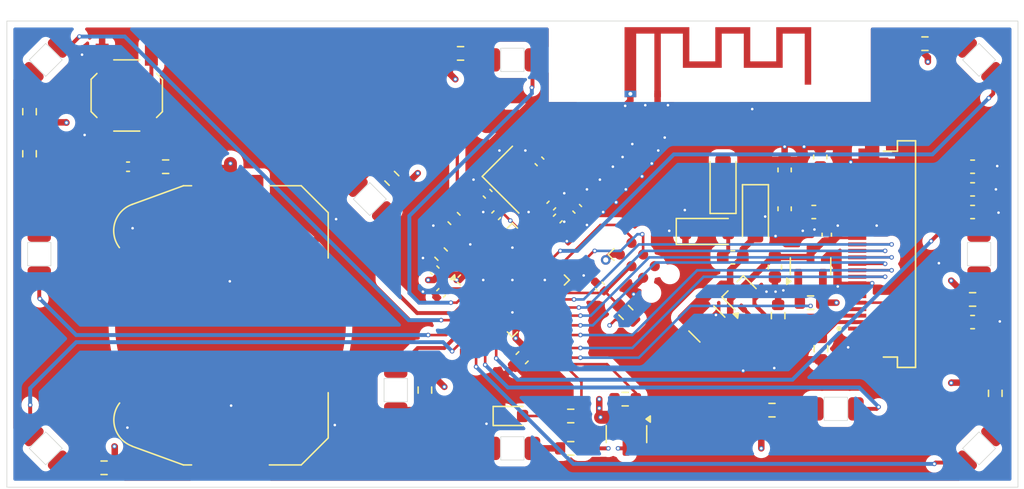
<source format=kicad_pcb>
(kicad_pcb (version 20240108) (generator "pcbnew") (generator_version "8.0")
  (layers (0 "F.Cu" signal) (1 "In1.Cu" power) (2 "In2.Cu" power) (31 "B.Cu" signal) (34 "B.Paste" user) (35 "F.Paste" user) (36 "B.SilkS" user "B.Silkscreen") (37 "F.SilkS" user "F.Silkscreen") (38 "B.Mask" user) (39 "F.Mask" user) (44 "Edge.Cuts" user))
  (net 0 "")
  (net 1 "/Antenne")
  (net 2 "GND")
  (net 3 "VCC")
  (net 4 "Net-(J2-Pin_15)")
  (net 5 "Net-(J2-Pin_5)")
  (net 6 "Net-(J2-Pin_18)")
  (net 7 "Net-(J2-Pin_19)")
  (net 8 "Net-(J2-Pin_20)")
  (net 9 "/PREVGH")
  (net 10 "Net-(J2-Pin_22)")
  (net 11 "/PREVGL")
  (net 12 "Net-(J2-Pin_24)")
  (net 13 "Net-(D1-K)")
  (net 14 "Net-(D3-A)")
  (net 15 "RESET")
  (net 16 "BUTTON")
  (net 17 "/DEC4")
  (net 18 "/DEC3")
  (net 19 "/DEC2")
  (net 20 "/DEC1")
  (net 21 "/XC1")
  (net 22 "/XC2")
  (net 23 "ANTENNA")
  (net 24 "Net-(D4-A)")
  (net 25 "LED_2")
  (net 26 "Net-(D5-A)")
  (net 29 "LED_4")
  (net 30 "Net-(D7-A)")
  (net 31 "LED_5")
  (net 32 "Net-(D8-A)")
  (net 33 "LED_6")
  (net 34 "Net-(D9-A)")
  (net 35 "Net-(D10-A)")
  (net 36 "LED_7")
  (net 37 "Net-(D6-A)")
  (net 38 "Net-(D12-A)")
  (net 39 "LED_9")
  (net 40 "LED_10")
  (net 41 "Net-(D13-A)")
  (net 42 "LED_11")
  (net 43 "Net-(D14-A)")
  (net 44 "LED_8")
  (net 45 "LED_17")
  (net 46 "Net-(D20-A)")
  (net 47 "Net-(D25-A)")
  (net 48 "LED_1")
  (net 49 "SWDIO")
  (net 50 "SWCLK")
  (net 51 "Net-(L3-Pad2)")
  (net 52 "Net-(U2-DCC)")
  (net 53 "/GDR")
  (net 54 "/RESE")
  (net 55 "ENABLE")
  (net 56 "VLED")
  (net 57 "LED-POWER")
  (net 58 "LED")
  (net 71 "SCK")
  (net 72 "BUSY")
  (net 73 "SDI")
  (net 74 "CS")
  (net 75 "DATA{slash}CLOCK")
  (net 78 "eP_RESET")
  (footprint "Resistor_SMD:R_0603_1608Metric" (layer "F.Cu") (at 159.025 105.05)
    (property "Reference" "R9" (hide yes))
    (property "Value" "R")
  )
  (footprint "Resistor_SMD:R_0603_1608Metric" (layer "F.Cu") (at 101.75 85.25 -90)
    (property "Reference" "R14" (hide yes))
    (property "Value" "R")
  )
  (footprint "Resistor_SMD:R_0603_1608Metric" (layer "F.Cu") (at 135 77.5)
    (property "Reference" "R24" (hide yes))
    (property "Value" "R")
  )
  (footprint "RF_Antenna:Texas_SWRA117D_2.4GHz_Right" (layer "F.Cu") (at 150.2 80.625)
    (property "Reference" "AE2" (hide yes))
    (property "Value" "PCB-Antenna")
  )
  (footprint "Capacitor_SMD:C_0402_1005Metric" (layer "F.Cu") (at 142.5 90.25 45)
    (property "Reference" "C22" (hide yes))
    (property "Value" "100pF")
  )
  (footprint "Resistor_SMD:R_0603_1608Metric" (layer "F.Cu") (at 162.8 100.3 90)
    (property "Reference" "R2" (hide yes))
    (property "Value" "10k")
  )
  (footprint "Resistor_SMD:R_0603_1608Metric" (layer "F.Cu") (at 147.75 97.5 135)
    (property "Reference" "R6" (hide yes))
    (property "Value" "100k")
  )
  (footprint "Capacitor_SMD:C_0402_1005Metric" (layer "F.Cu") (at 137.089411 88.339411 135)
    (property "Reference" "C25" (hide yes))
    (property "Value" "12pF")
  )
  (footprint "Crystal:Crystal_SMD_3225-4Pin_3.2x2.5mm" (layer "F.Cu") (at 139.25 87.25 -45)
    (property "Reference" "Y2" (hide yes))
    (property "Value" "Crystal_GND24")
  )
  (footprint "Capacitor_SMD:C_0603_1608Metric" (layer "F.Cu") (at 174.5 88)
    (property "Reference" "C5" (hide yes))
    (property "Value" "1uF")
  )
  (footprint "Capacitor_SMD:C_0402_1005Metric" (layer "F.Cu") (at 141.089411 85.839411 135)
    (property "Reference" "C24" (hide yes))
    (property "Value" "12pF")
  )
  (footprint "Capacitor_SMD:C_0402_1005Metric" (layer "F.Cu") (at 133.5 96 -135)
    (property "Reference" "C23" (hide yes))
    (property "Value" "100nF")
  )
  (footprint "Capacitor_SMD:C_0603_1608Metric" (layer "F.Cu") (at 139.75 101 -135)
    (property "Reference" "C19" (hide yes))
    (property "Value" "4.7uF")
  )
  (footprint "g-Misc:Safety-pin" (layer "F.Cu") (at 139 82.75)
    (property "Reference" "H1" (hide yes))
    (property "Value" "MountingHole_Pad_MP")
  )
  (footprint "Resistor_SMD:R_0603_1608Metric" (layer "F.Cu") (at 107.5 109.5 180)
    (property "Reference" "R12" (hide yes))
    (property "Value" "R")
  )
  (footprint "g-LED_SMD:LTST-C230" (layer "F.Cu") (at 128 88.75 -135)
    (property "Reference" "D9" (hide yes))
    (property "Value" "LED")
    (fp_poly (pts (xy -0.9 -0.9) (xy 0.9 -0.9) (xy 0.9 0.9) (xy -0.9 0.9)) (stroke (width 0.05)) (fill none) (layer "Edge.Cuts"))
  )
  (footprint "Inductor_SMD:L_0603_1608Metric" (layer "F.Cu") (at 133.5 93 -45)
    (property "Reference" "L4" (hide yes))
    (property "Value" "10uH")
  )
  (footprint "Capacitor_SMD:C_0603_1608Metric" (layer "F.Cu") (at 174.5 86.25)
    (property "Reference" "C8" (hide yes))
    (property "Value" "1uF")
  )
  (footprint "g-LED_SMD:LTST-C230" (layer "F.Cu") (at 175 93)
    (property "Reference" "D14" (hide yes))
    (property "Value" "LED")
    (fp_poly (pts (xy -0.9 -0.9) (xy 0.9 -0.9) (xy 0.9 0.9) (xy -0.9 0.9)) (stroke (width 0.05)) (fill none) (layer "Edge.Cuts"))
  )
  (footprint "g-LED_SMD:LTST-C230" (layer "F.Cu") (at 103 78 -45)
    (property "Reference" "D7" (hide yes))
    (property "Value" "LED")
    (fp_poly (pts (xy -0.9 -0.9) (xy 0.9 -0.9) (xy 0.9 0.9) (xy -0.9 0.9)) (stroke (width 0.05)) (fill none) (layer "Edge.Cuts"))
  )
  (footprint "Capacitor_SMD:C_0603_1608Metric" (layer "F.Cu") (at 162.25 89.75 180)
    (property "Reference" "C6" (hide yes))
    (property "Value" "1uF")
  )
  (footprint "g-LED_SMD:LTST-C230" (layer "F.Cu") (at 103 108 45)
    (property "Reference" "D8" (hide yes))
    (property "Value" "LED")
    (fp_poly (pts (xy -0.9 -0.9) (xy 0.9 -0.9) (xy 0.9 0.9) (xy -0.9 0.9)) (stroke (width 0.05)) (fill none) (layer "Edge.Cuts"))
  )
  (footprint "Diode_SMD:D_SOD-123" (layer "F.Cu") (at 155.25 87.5 90)
    (property "Reference" "D1" (hide yes))
    (property "Value" "MBR0530")
  )
  (footprint "Diode_SMD:D_SOD-123" (layer "F.Cu") (at 157.75 90 -90)
    (property "Reference" "D3" (hide yes))
    (property "Value" "MBR0530")
  )
  (footprint "Resistor_SMD:R_0603_1608Metric" (layer "F.Cu") (at 129.7 87.15 135)
    (property "Reference" "R13" (hide yes))
    (property "Value" "R")
  )
  (footprint "g-LED_SMD:LTST-C230" (layer "F.Cu") (at 130 103.5)
    (property "Reference" "D6" (hide yes))
    (property "Value" "LED")
    (fp_rect (start -0.9 -0.9) (end 0.9 0.9) (stroke (width 0.05)) (fill none) (layer "Edge.Cuts"))
  )
  (footprint "g-LED_SMD:LTST-C230" (layer "F.Cu") (at 102.5 93 180)
    (property "Reference" "D10" (hide yes))
    (property "Value" "LED")
    (fp_poly (pts (xy -0.9 -0.9) (xy 0.9 -0.9) (xy 0.9 0.9) (xy -0.9 0.9)) (stroke (width 0.05)) (fill none) (layer "Edge.Cuts"))
  )
  (footprint "Resistor_SMD:R_0603_1608Metric" (layer "F.Cu") (at 174.5 96.5)
    (property "Reference" "R18" (hide yes))
    (property "Value" "R")
  )
  (footprint "Resistor_SMD:R_0603_1608Metric" (layer "F.Cu") (at 162 96.75 180)
    (property "Reference" "R3" (hide yes))
    (property "Value" "100k")
  )
  (footprint "Inductor_SMD:L_0402_1005Metric" (layer "F.Cu") (at 134.5 92.25 135)
    (property "Reference" "L3" (hide yes))
    (property "Value" "15nH")
  )
  (footprint "Resistor_SMD:R_0603_1608Metric" (layer "F.Cu") (at 147.7 104.2)
    (property "Reference" "R4" (hide yes))
    (property "Value" "100k")
  )
  (footprint "Capacitor_SMD:C_0603_1608Metric" (layer "F.Cu") (at 174.5 98.25)
    (property "Reference" "C3" (hide yes))
    (property "Value" "1uF")
  )
  (footprint "Package_DFN_QFN:QFN-48-1EP_6x6mm_P0.4mm_EP4.6x4.6mm" (layer "F.Cu") (at 139 95 45)
    (property "Reference" "U2" (hide yes))
    (property "Value" "nRF52832-QFxx")
  )
  (footprint "Package_TO_SOT_SMD:SOT-23" (layer "F.Cu") (at 147.8 106.9 -90)
    (property "Reference" "Q3" (hide yes))
    (property "Value" "AO3401A")
  )
  (footprint "Resistor_SMD:R_0603_1608Metric" (layer "F.Cu") (at 112.25 86.25 180)
    (property "Reference" "R7" (hide yes))
    (property "Value" "100k")
  )
  (footprint "Capacitor_SMD:C_0402_1005Metric" (layer "F.Cu") (at 109.35 86.25 180)
    (property "Reference" "C16" (hide yes))
    (property "Value" "100nF")
  )
  (footprint "Capacitor_SMD:C_0603_1608Metric" (layer "F.Cu") (at 160 86.5 90)
    (property "Reference" "C9" (hide yes))
    (property "Value" "1uF")
  )
  (footprint "Diode_SMD:D_SOD-123" (layer "F.Cu") (at 154 91.25)
    (property "Reference" "D2" (hide yes))
    (property "Value" "MBR0530")
  )
  (footprint "Package_TO_SOT_SMD:SOT-23" (layer "F.Cu") (at 162 93.937501 90)
    (property "Reference" "Q2" (hide yes))
    (property "Value" "AO3401A")
  )
  (footprint "Resistor_SMD:R_0603_1608Metric" (layer "F.Cu") (at 132.25 103.5 -90)
    (property "Reference" "R10" (hide yes))
    (property "Value" "R")
  )
  (footprint "Resistor_SMD:R_0603_1608Metric" (layer "F.Cu") (at 143.5 108 180)
    (property "Reference" "R8" (hide yes))
    (property "Value" "R")
  )
  (footprint "Capacitor_SMD:C_0402_1005Metric" (layer "F.Cu") (at 133 94.25 135)
    (property "Reference" "C18" (hide yes))
    (property "Value" "100nF")
  )
  (footprint "g-LED_SMD:LTST-C230" (layer "F.Cu") (at 139 108 90)
    (property "Reference" "D25" (hide yes))
    (property "Value" "LED")
    (fp_poly (pts (xy -0.9 -0.9) (xy 0.9 -0.9) (xy 0.9 0.9) (xy -0.9 0.9)) (stroke (width 0.05)) (fill none) (layer "Edge.Cuts"))
  )
  (footprint "Connector:Tag-Connect_TC2030-IDC-NL_2x03_P1.27mm_Vertical" (layer "F.Cu") (at 148.635 93.48 -45)
    (property "Reference" "J3" (hide yes))
    (property "Value" "Prog Header")
  )
  (footprint "Capacitor_SMD:C_0603_1608Metric" (layer "F.Cu") (at 160 89.5 -90)
    (property "Reference" "C7" (hide yes))
    (property "Value" "1uF")
  )
  (footprint "Capacitor_SMD:C_0402_1005Metric" (layer "F.Cu") (at 137.75 90 -135)
    (property "Reference" "C17" (hide yes))
    (property "Value" "100nF")
  )
  (footprint "Inductor_SMD:L_1210_3225Metric" (layer "F.Cu") (at 154 98.4 -45)
    (property "Reference" "L1" (hide yes))
    (property "Value" "68uH")
  )
  (footprint "LED_SMD:LED_0603_1608Metric" (layer "F.Cu") (at 139 105.5)
    (property "Reference" "D5" (hide yes))
    (property "Value" "STATUS_LED")
  )
  (footprint "Resistor_SMD:R_0603_1608Metric" (layer "F.Cu") (at 159.5 97.75 -90)
    (property "Reference" "R1" (hide yes))
    (property "Value" "2.67R")
  )
  (footprint "Capacitor_SMD:C_0402_1005Metric" (layer "F.Cu") (at 163.25 91.5 90)
    (property "Reference" "C2" (hide yes))
    (property "Value" "100nF")
  )
  (footprint "Inductor_SMD:L_0402_1005Metric" (layer "F.Cu") (at 145.5 88.75 45)
    (property "Reference" "L5" (hide yes))
    (property "Value" "3.3nH")
  )
  (footprint "Resistor_SMD:R_0603_1608Metric" (layer "F.Cu") (at 170.825 76.75)
    (property "Reference" "R16" (hide yes))
    (property "Value" "R")
  )
  (footprint "Capacitor_SMD:C_0603_1608Metric" (layer "F.Cu") (at 162.75 85.5 90)
    (property "Reference" "C10" (hide yes))
    (property "Value" "1uF")
  )
  (footprint "Resistor_SMD:R_0603_1608Metric" (layer "F.Cu") (at 176.25 103.75 -90)
    (property "Reference" "R17" (hide yes))
    (property "Value" "R")
  )
  (footprint "Capacitor_SMD:C_0402_1005Metric" (layer "F.Cu") (at 142 89.25 45)
    (property "Reference" "C21" (hide yes))
    (property "Value" "100pF")
  )
  (footprint "Capacitor_SMD:C_0603_1608Metric" (layer "F.Cu") (at 174.5 89.75)
    (property "Reference" "C4" (hide yes))
    (property "Value" "1uF")
  )
  (footprint "Capacitor_SMD:C_0603_1608Metric" (layer "F.Cu") (at 159.25 94 -90)
    (property "Reference" "C1" (hide yes))
    (property "Value" "10uF")
  )
  (footprint "g-LED_SMD:LTST-C230" (layer "F.Cu") (at 175 108 135)
    (property "Reference" "D13" (hide yes))
    (property "Value" "LED")
    (fp_poly (pts (xy -0.9 -0.9) (xy 0.9 -0.9) (xy 0.9 0.9) (xy -0.9 0.9)) (stroke (width 0.05)) (fill none) (layer "Edge.Cuts"))
  )
  (footprint "Resistor_SMD:R_0603_1608Metric" (layer "F.Cu") (at 101.75 82 90)
    (property "Reference" "R11" (hide yes))
    (property "Value" "R")
  )
  (footprint "g-LED_SMD:LTST-C230" (layer "F.Cu") (at 175 78 -135)
    (property "Reference" "D12" (hide yes))
    (property "Value" "LED")
    (fp_poly (pts (xy -0.9 -0.9) (xy 0.9 -0.9) (xy 0.9 0.9) (xy -0.9 0.9)) (stroke (width 0.05)) (fill none) (layer "Edge.Cuts"))
  )
  (footprint "Button_Switch_SMD:SW_SPST_TL3342" (layer "F.Cu") (at 109.25 80.75 90)
    (property "Reference" "SW2" (hide yes))
    (property "Value" "SW_Push")
  )
  (footprint "Capacitor_SMD:C_0402_1005Metric" (layer "F.Cu") (at 144 89.5 135)
    (property "Reference" "C26" (hide yes))
    (property "Value" "1pF")
  )
  (footprint "g-Connector_FPC:AMPHENOL_SFV24R-4STBE1HLF" (layer "F.Cu") (at 168 93 90)
    (property "Reference" "J2" (hide yes))
    (property "Value" "FPC24 0.5mm")
  )
  (footprint "Battery:BatteryHolder_Keystone_3034_1x20mm" (layer "F.Cu") (at 117.25 98.5 -90)
    (property "Reference" "BT2" (hide yes))
    (property "Value" "3034")
  )
  (footprint "g-LED_SMD:LTST-C230" (layer "F.Cu") (at 139 78 -90)
    (property "Reference" "D20" (hide yes))
    (property "Value" "LED")
    (fp_poly (pts (xy -0.9 -0.9) (xy 0.9 -0.9) (xy 0.9 0.9) (xy -0.9 0.9)) (stroke (width 0.05)) (fill none) (layer "Edge.Cuts"))
  )
  (footprint "g-LED_SMD:LTST-C230" (layer "F.Cu") (at 163.949999 104.95 -90)
    (property "Reference" "D4" (hide yes))
    (property "Value" "LED")
    (fp_poly (pts (xy -0.9 -0.9) (xy 0.9 -0.9) (xy 0.9 0.9) (xy -0.9 0.9)) (stroke (width 0.05)) (fill none) (layer "Edge.Cuts"))
  )
  (footprint "Capacitor_SMD:C_0603_1608Metric" (layer "F.Cu") (at 134.5 90.25 135)
    (property "Reference" "C20" (hide yes))
    (property "Value" "1uF")
  )
  (footprint "Resistor_SMD:R_0603_1608Metric" (layer "F.Cu") (at 143.5 105.5 180)
    (property "Reference" "R5" (hide yes))
    (property "Value" "1K")
  )
  (footprint "Capacitor_SMD:C_0402_1005Metric" (layer "F.Cu") (at 145.75 95.5 135)
    (property "Reference" "C15" (hide yes))
    (property "Value" "100nF")
  )
  (footprint "Capacitor_SMD:C_0603_1608Metric" (layer "F.Cu") (at 156 93.25)
    (property "Reference" "C11" (hide yes))
    (property "Value" "4.7uF")
  )
  (footprint "Package_TO_SOT_SMD:SOT-323_SC-70" (layer "F.Cu") (at 156.5 96 135)
    (property "Reference" "Q1" (hide yes))
    (property "Value" "Si1308EDL")
  )
  (gr_rect (start 100 75) (end 178 111) (stroke (width 0.05)) (fill none) (layer "Edge.Cuts"))
  (segment (start 150.2 81.70159) (end 150.2 80.625) (width 0.5) (layer "F.Cu") (net 1))
  (segment (start 145.842947 88.407053) (end 148.539423 85.710577) (width 0.5) (layer "F.Cu") (net 1))
  (arc (start 148.539423 85.710577) (mid 149.76843 83.871238) (end 150.2 81.70159) (width 0.5) (layer "F.Cu") (net 1))
  (segment (start 139.426777 88.926777) (end 140.25 89.75) (width 0.2) (layer "F.Cu") (net 2))
  (segment (start 139.073223 85.871142) (end 139.128858 85.871142) (width 0.2) (layer "F.Cu") (net 2))
  (segment (start 139.426777 88.628858) (end 139.426777 88.926777) (width 0.2) (layer "F.Cu") (net 2))
  (segment (start 165.6 90.75) (end 163.52 90.75) (width 0.25) (layer "F.Cu") (net 2))
  (segment (start 132.660589 93.910589) (end 132.660589 93.860589) (width 0.25) (layer "F.Cu") (net 2))
  (segment (start 132.721178 95.9) (end 132.1 95.9) (width 0.25) (layer "F.Cu") (net 2))
  (segment (start 133.951992 89.748008) (end 132.9 90.8) (width 0.25) (layer "F.Cu") (net 2))
  (segment (start 159.5 96.925) (end 159.5 96.1) (width 0.2) (layer "F.Cu") (net 2))
  (segment (start 148.35 95.561051) (end 149.084013 94.827038) (width 0.5) (layer "F.Cu") (net 2))
  (segment (start 136.206928 93.621142) (end 135.75 93.164214) (width 0.2) (layer "F.Cu") (net 2))
  (segment (start 167.05 90.75) (end 167.1 90.8) (width 0.25) (layer "F.Cu") (net 2))
  (segment (start 164.35 95.25) (end 165.6 95.25) (width 0.25) (layer "F.Cu") (net 2))
  (segment (start 159.25 94.775) (end 159.25 95.85) (width 0.2) (layer "F.Cu") (net 2))
  (segment (start 148.1 81.15) (end 147.7 81.55) (width 0.5) (layer "F.Cu") (net 2))
  (segment (start 159.25 95.85) (end 159.3 95.9) (width 0.2) (layer "F.Cu") (net 2))
  (segment (start 148.35 96.1) (end 148.35 95.561051) (width 0.5) (layer "F.Cu") (net 2))
  (segment (start 140.944544 92.772614) (end 142.839411 90.877747) (width 0.2) (layer "F.Cu") (net 2))
  (segment (start 165.6 95.25) (end 166.75 95.25) (width 0.25) (layer "F.Cu") (net 2))
  (segment (start 148.1 80.625) (end 148.1 81.15) (width 0.5) (layer "F.Cu") (net 2))
  (segment (start 139 94.717158) (end 139 95) (width 0.2) (layer "F.Cu") (net 2))
  (segment (start 139.128858 85.871142) (end 140 85) (width 0.2) (layer "F.Cu") (net 2))
  (segment (start 140.944544 92.772614) (end 139 94.717158) (width 0.2) (layer "F.Cu") (net 2))
  (segment (start 139.25 88.452081) (end 139.25 86.047919) (width 0.2) (layer "F.Cu") (net 2))
  (segment (start 132.660589 93.860589) (end 132.1 93.3) (width 0.25) (layer "F.Cu") (net 2))
  (segment (start 144.9 94.65) (end 144.5 94.65) (width 0.3) (layer "F.Cu") (net 2))
  (segment (start 138.202081 85) (end 138 85) (width 0.2) (layer "F.Cu") (net 2))
  (segment (start 165.6 90.75) (end 167.05 90.75) (width 0.25) (layer "F.Cu") (net 2))
  (segment (start 139.426777 88.628858) (end 139.25 88.452081) (width 0.2) (layer "F.Cu") (net 2))
  (segment (start 136.75 88) (end 136 87.25) (width 0.2) (layer "F.Cu") (net 2))
  (segment (start 136.821178 89.75) (end 136.75 89.75) (width 0.2) (layer "F.Cu") (net 2))
  (segment (start 142.339411 88.910589) (end 142.389411 88.910589) (width 0.2) (layer "F.Cu") (net 2))
  (segment (start 161.475 91.125) (end 161.4 91.2) (width 0.2) (layer "F.Cu") (net 2))
  (segment (start 139.25 86.047919) (end 139.073223 85.871142) (width 0.2) (layer "F.Cu") (net 2))
  (segment (start 145.410589 95.160589) (end 144.9 94.65) (width 0.3) (layer "F.Cu") (net 2))
  (segment (start 149.25 81.5) (end 149.25 82.75) (width 0.2) (layer "F.Cu") (net 2))
  (segment (start 164.1 95.5) (end 164.35 95.25) (width 0.25) (layer "F.Cu") (net 2))
  (segment (start 151 83.75) (end 150.75 84) (width 0.2) (layer "F.Cu") (net 2))
  (segment (start 137.410589 90.339411) (end 136.821178 89.75) (width 0.2) (layer "F.Cu") (net 2))
  (segment (start 135.75 93.164214) (end 135.75 92.25) (width 0.2) (layer "F.Cu") (net 2))
  (segment (start 142.839411 90.660589) (end 143 90.5) (width 0.2) (layer "F.Cu") (net 2))
  (segment (start 137.585786 95) (end 139 95) (width 0.2) (layer "F.Cu") (net 2))
  (segment (start 133.160589 96.339411) (end 132.721178 95.9) (width 0.25) (layer "F.Cu") (net 2))
  (segment (start 139.073223 85.871142) (end 138.202081 85) (width 0.2) (layer "F.Cu") (net 2))
  (segment (start 147.7 81.55) (end 146.5 82.75) (width 0.5) (layer "F.Cu") (net 2))
  (segment (start 136.206928 93.621142) (end 137.585786 95) (width 0.2) (layer "F.Cu") (net 2))
  (segment (start 133.951992 89.701992) (end 133.951992 89.748008) (width 0.25) (layer "F.Cu") (net 2))
  (segment (start 142.839411 90.339411) (end 142.839411 89.910589) (width 0.2) (layer "F.Cu") (net 2))
  (segment (start 142.839411 90.877747) (end 142.839411 90.660589) (width 0.2) (layer "F.Cu") (net 2))
  (segment (start 140.25 85) (end 140 85) (width 0.2) (layer "F.Cu") (net 2))
  (segment (start 143 90.5) (end 142.839411 90.339411) (width 0.2) (layer "F.Cu") (net 2))
  (segment (start 163.52 90.75) (end 163.25 91.02) (width 0.25) (layer "F.Cu") (net 2))
  (segment (start 159.5 96.1) (end 159.3 95.9) (width 0.2) (layer "F.Cu") (net 2))
  (segment (start 151 81.5) (end 151 83.75) (width 0.2) (layer "F.Cu") (net 2))
  (segment (start 149.25 82.75) (end 149 83) (width 0.2) (layer "F.Cu") (net 2))
  (segment (start 142.389411 88.910589) (end 143 88.3) (width 0.2) (layer "F.Cu") (net 2))
  (segment (start 161.475 89.75) (end 161.475 91.125) (width 0.2) (layer "F.Cu") (net 2))
  (segment (start 140.75 85.5) (end 140.25 85) (width 0.2) (layer "F.Cu") (net 2))
  (via (at 139 97.5) (size 0.35) (drill 0.2) (layers "F.Cu" "B.Cu") (net 2))
  (via (at 144.75 88) (size 0.35) (drill 0.2) (layers "F.Cu" "B.Cu") (net 2))
  (via (at 149.25 81.5) (size 0.35) (drill 0.2) (layers "F.Cu" "B.Cu") (net 2))
  (via (at 137 106.1) (size 0.35) (drill 0.2) (layers "F.Cu" "B.Cu") (net 2))
  (via (at 176.6 98.2) (size 0.35) (drill 0.2) (layers "F.Cu" "B.Cu") (net 2))
  (via (at 136.75 89.75) (size 0.35) (drill 0.2) (layers "F.Cu" "B.Cu") (net 2))
  (via (at 143 90.5) (size 0.35) (drill 0.2) (layers "F.Cu" "B.Cu") (net 2))
  (via (at 147 89) (size 0.35) (drill 0.2) (layers "F.Cu" "B.Cu") (net 2))
  (via (at 164.9 100.2) (size 0.35) (drill 0.2) (layers "F.Cu" "B.Cu") (net 2))
  (via (at 125.3 106.2) (size 0.35) (drill 0.2) (layers "F.Cu" "B.Cu") (net 2))
  (via (at 147.5 85.5) (size 0.35) (drill 0.2) (layers "F.Cu" "B.Cu") (net 2))
  (via (at 132.1 95.9) (size 0.35) (drill 0.2) (layers "F.Cu" "B.Cu") (net 2))
  (via (at 141.5 95) (size 0.35) (drill 0.2) (layers "F.Cu" "B.Cu") (net 2))
  (via (at 136.75 95) (size 0.35) (drill 0.2) (layers "F.Cu" "B.Cu") (net 2))
  (via (at 132.1 93.3) (size 0.35) (drill 0.2) (layers "F.Cu" "B.Cu") (net 2))
  (via (at 109.3 106.4) (size 0.35) (drill 0.2) (layers "F.Cu" "B.Cu") (net 2))
  (via (at 143.2 92) (size 0.35) (drill 0.2) (layers "F.Cu" "B.Cu") (net 2))
  (via (at 164.1 95.5) (size 0.35) (drill 0.2) (layers "F.Cu" "B.Cu") (net 2))
  (via (at 117.3 104.7) (size 0.35) (drill 0.2) (layers "F.Cu" "B.Cu") (net 2))
  (via (at 117.2 95.1) (size 0.35) (drill 0.2) (layers "F.Cu" "B.Cu") (net 2))
  (via (at 150.25 85) (size 0.35) (drill 0.2) (layers "F.Cu" "B.Cu") (net 2))
  (via (at 106 83.8) (size 0.35) (drill 0.2) (layers "F.Cu" "B.Cu") (net 2))
  (via (at 144.75 90.75) (size 0.35) (drill 0.2) (layers "F.Cu" "B.Cu") (net 2))
  (via (at 150.75 84) (size 0.35) (drill 0.2) (layers "F.Cu" "B.Cu") (net 2))
  (via (at 159.3 91.6) (size 0.35) (drill 0.2) (layers "F.Cu" "B.Cu") (net 2))
  (via (at 166.75 95.25) (size 0.35) (drill 0.2) (layers "F.Cu" "B.Cu") (net 2))
  (via (at 171.9 93.7) (size 0.35) (drill 0.2) (layers "F.Cu" "B.Cu") (net 2))
  (via (at 125.4 90.3) (size 0.35) (drill 0.2) (layers "F.Cu" "B.Cu") (net 2))
  (via (at 156.8 102) (size 0.35) (drill 0.2) (layers "F.Cu" "B.Cu") (net 2))
  (via (at 135.75 92.25) (size 0.35) (drill 0.2) (layers "F.Cu" "B.Cu") (net 2))
  (via (at 154.7 97.7) (size 0.35) (drill 0.2) (layers "F.Cu" "B.Cu") (net 2))
  (via (at 158.5 90.1) (size 0.35) (drill 0.2) (layers "F.Cu" "B.Cu") (net 2))
  (via (at 151 81.5) (size 0.35) (drill 0.2) (layers "F.Cu" "B.Cu") (net 2))
  (via (at 148.35 96.1) (size 0.35) (drill 0.2) (layers "F.Cu" "B.Cu") (net 2))
  (via (at 139 95) (size 0.35) (drill 0.2) (layers "F.Cu" "B.Cu") (net 2))
  (via (at 109.7 91) (size 0.35) (drill 0.2) (layers "F.Cu" "B.Cu") (net 2))
  (via (at 139 92.5) (size 0.35) (drill 0.2) (layers "F.Cu" "B.Cu") (net 2))
  (via (at 167.1 90.8) (size 0.35) (drill 0.2) (layers "F.Cu" "B.Cu") (net 2))
  (via (at 161.5 84.7) (size 0.35) (drill 0.2) (layers "F.Cu" "B.Cu") (net 2))
  (via (at 162.3 91.1) (size 0.35) (drill 0.2) (layers "F.Cu" "B.Cu") (net 2))
  (via (at 136 87.25) (size 0.35) (drill 0.2) (layers "F.Cu" "B.Cu") (net 2))
  (via (at 143 88.3) (size 0.35) (drill 0.2) (layers "F.Cu" "B.Cu") (net 2))
  (via (at 164.1 90.8) (size 0.35) (drill 0.2) (layers "F.Cu" "B.Cu") (net 2))
  (via (at 147.7 81.55) (size 0.35) (drill 0.2) (layers "F.Cu" "B.Cu") (net 2))
  (via (at 152.3 89.6) (size 0.35) (drill 0.2) (layers "F.Cu" "B.Cu") (net 2))
  (via (at 157.5 81.8) (size 0.35) (drill 0.2) (layers "F.Cu" "B.Cu") (net 2))
  (via (at 145.75 87.25) (size 0.35) (drill 0.2) (layers "F.Cu" "B.Cu") (net 2))
  (via (at 159.2 101.8) (size 0.35) (drill 0.2) (layers "F.Cu" "B.Cu") (net 2))
  (via (at 158.6 95.9) (size 0.35) (drill 0.2) (layers "F.Cu" "B.Cu") (net 2))
  (via (at 176.3 88) (size 0.35) (drill 0.2) (layers "F.Cu" "B.Cu") (net 2))
  (via (at 148.25 84.5) (size 0.35) (drill 0.2) (layers "F.Cu" "B.Cu") (net 2))
  (via (at 149 87) (size 0.35) (drill 0.2) (layers "F.Cu" "B.Cu") (net 2))
  (via (at 140 85) (size 0.35) (drill 0.2) (layers "F.Cu" "B.Cu") (net 2))
  (via (at 161.4 91.2) (size 0.35) (drill 0.2) (layers "F.Cu" "B.Cu") (net 2))
  (via (at 144.5 94.65) (size 0.35) (drill 0.2) (layers "F.Cu" "B.Cu") (net 2))
  (via (at 159.3 95.9) (size 0.35) (drill 0.2) (layers "F.Cu" "B.Cu") (net 2))
  (via (at 140.25 89.75) (size 0.35) (drill 0.2) (layers "F.Cu" "B.Cu") (net 2))
  (via (at 147.75 88) (size 0.35) (drill 0.2) (layers "F.Cu" "B.Cu") (net 2))
  (via (at 159.9 95.8) (size 0.35) (drill 0.2) (layers "F.Cu" "B.Cu") (net 2))
  (via (at 176.4 86.2) (size 0.35) (drill 0.2) (layers "F.Cu" "B.Cu") (net 2))
  (via (at 146 89.75) (size 0.35) (drill 0.2) (layers "F.Cu" "B.Cu") (net 2))
  (via (at 146.75 86.25) (size 0.35) (drill 0.2) (layers "F.Cu" "B.Cu") (net 2))
  (via (at 151.1 91.2) (size 0.35) (drill 0.2) (layers "F.Cu" "B.Cu") (net 2))
  (via (at 176.5 89.8) (size 0.35) (drill 0.2) (layers "F.Cu" "B.Cu") (net 2))
  (via (at 165.1 85.9) (size 0.35) (drill 0.2) (layers "F.Cu" "B.Cu") (net 2))
  (via (at 160 84.7) (size 0.35) (drill 0.2) (layers "F.Cu" "B.Cu") (net 2))
  (via (at 132.9 90.8) (size 0.35) (drill 0.2) (layers "F.Cu" "B.Cu") (net 2))
  (via (at 149.75 86) (size 0.35) (drill 0.2) (layers "F.Cu" "B.Cu") (net 2))
  (via (at 105.8 77.6) (size 0.35) (drill 0.2) (layers "F.Cu" "B.Cu") (net 2))
  (via (at 138 85) (size 0.35) (drill 0.2) (layers "F.Cu" "B.Cu") (net 2))
  (segment (start 134.9 95) (end 135.25 94.65) (width 0.5) (layer "F.Cu") (net 3))
  (segment (start 146.2 93.45) (end 146.619013 93.030987) (width 0.5) (layer "F.Cu") (net 3))
  (segment (start 135.075 94.425) (end 135.31373 94.425) (width 0.2) (layer "F.Cu") (net 3))
  (segment (start 139.25 98.92193) (end 139.25 99.5) (width 0.5) (layer "F.Cu") (net 3))
  (segment (start 146.619013 93.030987) (end 147.287962 93.030987) (width 0.5) (layer "F.Cu") (net 3))
  (segment (start 146.916637 98.083363) (end 146.5 98.5) (width 0.2) (layer "F.Cu") (net 3))
  (segment (start 132.928822 95) (end 133.339411 94.589411) (width 0.5) (layer "F.Cu") (net 3))
  (segment (start 146.875 104.2) (end 146.875 105.9375) (width 0.5) (layer "F.Cu") (net 3))
  (segment (start 134.910589 94.589411) (end 133.339411 94.589411) (width 0.5) (layer "F.Cu") (net 3))
  (segment (start 146.875 105.9375) (end 146.85 105.9625) (width 0.5) (layer "F.Cu") (net 3))
  (segment (start 138.839411 90.410589) (end 138.089411 89.660589) (width 0.2) (layer "F.Cu") (net 3))
  (segment (start 139.25 99.5) (end 140.201992 100.451992) (width 0.5) (layer "F.Cu") (net 3))
  (segment (start 162.825 96.75) (end 164 96.75) (width 0.5) (layer "F.Cu") (net 3))
  (segment (start 117.25 86) (end 117.25 87.515) (width 1) (layer "F.Cu") (net 3))
  (segment (start 146.4875 105.6) (end 146.85 105.9625) (width 1) (layer "F.Cu") (net 3))
  (segment (start 135.31373 94.425) (end 135.3584 94.46967) (width 0.2) (layer "F.Cu") (net 3))
  (segment (start 132.5 95) (end 132.928822 95) (width 0.5) (layer "F.Cu") (net 3))
  (segment (start 139.53033 91.3584) (end 139.53033 91.101508) (width 0.2) (layer "F.Cu") (net 3))
  (segment (start 162.95 96.625) (end 162.825 96.75) (width 0.2) (layer "F.Cu") (net 3))
  (segment (start 140.201992 100.451992) (end 140.298008 100.451992) (width 0.5) (layer "F.Cu") (net 3))
  (segment (start 139.53033 91.101508) (end 138.839411 90.410589) (width 0.2) (layer "F.Cu") (net 3))
  (segment (start 145.7 104.2) (end 145.7 105.5) (width 0.5) (layer "F.Cu") (net 3))
  (segment (start 134.7 95) (end 134.9 95) (width 0.5) (layer "F.Cu") (net 3))
  (segment (start 148.333363 98.083363) (end 146.916637 98.083363) (width 0.2) (layer "F.Cu") (net 3))
  (segment (start 162.95 94.875001) (end 162.95 96.625) (width 0.2) (layer "F.Cu") (net 3))
  (segment (start 145.7 105.5) (end 145.8 105.6) (width 0.5) (layer "F.Cu") (net 3))
  (segment (start 145.8 105.6) (end 146.4875 105.6) (width 1) (layer "F.Cu") (net 3))
  (segment (start 117 86.25) (end 117.25 86) (width 0.3) (layer "F.Cu") (net 3))
  (segment (start 139.53033 98.6416) (end 139.410965 98.760965) (width 0.2) (layer "F.Cu") (net 3))
  (segment (start 139.410965 98.760965) (end 139.25 98.92193) (width 0.5) (layer "F.Cu") (net 3))
  (segment (start 135.075 94.425) (end 134.910589 94.589411) (width 0.5) (layer "F.Cu") (net 3))
  (segment (start 113.075 86.25) (end 117 86.25) (width 0.3) (layer "F.Cu") (net 3))
  (via (at 164 96.75) (size 0.35) (drill 0.2) (layers "F.Cu" "B.Cu") (net 3))
  (via (at 138.839411 90.410589) (size 0.35) (drill 0.2) (layers "F.Cu" "B.Cu") (net 3))
  (via (at 145.8 105.6) (size 0.35) (drill 0.2) (layers "F.Cu" "B.Cu") (net 3))
  (via (at 139.25 99.5) (size 0.35) (drill 0.2) (layers "F.Cu" "B.Cu") (net 3))
  (via (at 145.7 104.2) (size 0.35) (drill 0.2) (layers "F.Cu" "B.Cu") (net 3))
  (via (at 146.2 93.45) (size 0.75) (drill 0.4) (layers "F.Cu" "B.Cu") (net 3))
  (via (at 146.5 98.5) (size 0.35) (drill 0.2) (layers "F.Cu" "B.Cu") (net 3))
  (via (at 134.7 95) (size 0.35) (drill 0.2) (layers "F.Cu" "B.Cu") (net 3))
  (via (at 132.5 95) (size 0.35) (drill 0.2) (layers "F.Cu" "B.Cu") (net 3))
  (via (at 145.7 104.9) (size 0.35) (drill 0.2) (layers "F.Cu" "B.Cu") (net 3))
  (via (at 117.25 86) (size 0.35) (drill 0.2) (layers "F.Cu" "B.Cu") (net 3))
  (segment (start 159.25 93.225) (end 159.075 93.225) (width 0.5) (layer "F.Cu") (net 4))
  (segment (start 155.8 96.5) (end 155.8 98.579898) (width 0.5) (layer "F.Cu") (net 4))
  (segment (start 155.8 98.579898) (end 154.989949 99.389949) (width 0.5) (layer "F.Cu") (net 4))
  (segment (start 159.25 93.225) (end 161.775 93.225) (width 0.5) (layer "F.Cu") (net 4))
  (segment (start 163.77 91.98) (end 164.225 91.525) (width 0.5) (layer "F.Cu") (net 4))
  (segment (start 159.075 93.225) (end 155.8 96.5) (width 0.5) (layer "F.Cu") (net 4))
  (segment (start 162 93) (end 163.02 91.98) (width 0.5) (layer "F.Cu") (net 4))
  (segment (start 161.775 93.225) (end 162 93) (width 0.5) (layer "F.Cu") (net 4))
  (segment (start 163.25 91.98) (end 163.77 91.98) (width 0.5) (layer "F.Cu") (net 4))
  (segment (start 163.02 91.98) (end 163.25 91.98) (width 0.5) (layer "F.Cu") (net 4))
  (segment (start 164.225 91.525) (end 164.5 91.25) (width 0.2) (layer "F.Cu") (net 4))
  (segment (start 163.48 91.75) (end 163.25 91.98) (width 0.2) (layer "F.Cu") (net 4))
  (segment (start 165.6 91.75) (end 163.48 91.75) (width 0.2) (layer "F.Cu") (net 4))
  (segment (start 164.5 91.25) (end 165.6 91.25) (width 0.2) (layer "F.Cu") (net 4))
  (segment (start 172.225 96.75) (end 173.725 98.25) (width 0.2) (layer "F.Cu") (net 5))
  (segment (start 165.6 96.75) (end 172.225 96.75) (width 0.2) (layer "F.Cu") (net 5))
  (segment (start 173.225 90.25) (end 173.725 89.75) (width 0.3) (layer "F.Cu") (net 6))
  (segment (start 165.6 90.25) (end 173.225 90.25) (width 0.3) (layer "F.Cu") (net 6))
  (segment (start 165.6 89.75) (end 171.975 89.75) (width 0.3) (layer "F.Cu") (net 7))
  (segment (start 171.975 89.75) (end 173.725 88) (width 0.3) (layer "F.Cu") (net 7))
  (segment (start 163.525 89.25) (end 163.025 89.75) (width 0.3) (layer "F.Cu") (net 8))
  (segment (start 165.6 89.25) (end 163.525 89.25) (width 0.3) (layer "F.Cu") (net 8))
  (segment (start 158.125 88.725) (end 157.75 88.35) (width 0.3) (layer "F.Cu") (net 9))
  (segment (start 160.025 88.75) (end 160 88.725) (width 0.3) (layer "F.Cu") (net 9))
  (segment (start 160 88.725) (end 158.125 88.725) (width 0.3) (layer "F.Cu") (net 9))
  (segment (start 165.6 88.75) (end 160.025 88.75) (width 0.3) (layer "F.Cu") (net 9))
  (segment (start 171.725 88.25) (end 173.725 86.25) (width 0.3) (layer "F.Cu") (net 10))
  (segment (start 165.6 88.25) (end 171.725 88.25) (width 0.3) (layer "F.Cu") (net 10))
  (segment (start 156.675 87.275) (end 155.25 85.85) (width 0.3) (layer "F.Cu") (net 11))
  (segment (start 160.475 87.75) (end 160 87.275) (width 0.3) (layer "F.Cu") (net 11))
  (segment (start 160 87.275) (end 156.675 87.275) (width 0.3) (layer "F.Cu") (net 11))
  (segment (start 165.6 87.75) (end 160.475 87.75) (width 0.3) (layer "F.Cu") (net 11))
  (segment (start 163.725 87.25) (end 162.75 86.275) (width 0.3) (layer "F.Cu") (net 12))
  (segment (start 165.6 87.25) (end 163.725 87.25) (width 0.3) (layer "F.Cu") (net 12))
  (segment (start 155.225 93.25) (end 155.65 92.825) (width 0.3) (layer "F.Cu") (net 13))
  (segment (start 155.25 90.85) (end 155.65 91.25) (width 0.3) (layer "F.Cu") (net 13))
  (segment (start 155.65 92.825) (end 155.65 91.25) (width 0.3) (layer "F.Cu") (net 13))
  (segment (start 155.25 89.15) (end 155.25 90.85) (width 0.3) (layer "F.Cu") (net 13))
  (segment (start 155.127209 95.292893) (end 153.010051 97.410051) (width 0.5) (layer "F.Cu") (net 14))
  (segment (start 156.775 93.25) (end 156.775 92.625) (width 0.5) (layer "F.Cu") (net 14))
  (segment (start 155.792893 94.232107) (end 155.792893 95.292893) (width 0.5) (layer "F.Cu") (net 14))
  (segment (start 156.775 93.25) (end 155.792893 94.232107) (width 0.5) (layer "F.Cu") (net 14))
  (segment (start 156.775 92.625) (end 157.75 91.65) (width 0.5) (layer "F.Cu") (net 14))
  (segment (start 155.792893 95.292893) (end 155.127209 95.292893) (width 0.5) (layer "F.Cu") (net 14))
  (segment (start 142.6416 95.53033) (end 143.11127 96) (width 0.2) (layer "F.Cu") (net 15))
  (segment (start 143.11127 96) (end 145.928822 96) (width 0.2) (layer "F.Cu") (net 15))
  (segment (start 146.275589 95.839411) (end 146.089411 95.839411) (width 0.2) (layer "F.Cu") (net 15))
  (segment (start 147.166637 96.916637) (end 146.089411 95.839411) (width 0.2) (layer "F.Cu") (net 15))
  (segment (start 145.928822 96) (end 146.089411 95.839411) (width 0.2) (layer "F.Cu") (net 15))
  (segment (start 148.185987 93.929013) (end 146.275589 95.839411) (width 0.2) (layer "F.Cu") (net 15))
  (segment (start 111.15 77.600001) (end 131.350001 77.600001) (width 0.3) (layer "F.Cu") (net 16))
  (segment (start 136.25 90.5) (end 134.75 89) (width 0.25) (layer "F.Cu") (net 16))
  (segment (start 111.425 84.174999) (end 111.15 83.899999) (width 0.3) (layer "F.Cu") (net 16))
  (segment (start 109.83 86.25) (end 111.425 86.25) (width 0.3) (layer "F.Cu") (net 16))
  (segment (start 134.75 81) (end 134.75 89) (width 0.25) (layer "F.Cu") (net 16))
  (segment (start 111.15 83.899999) (end 111.15 77.600001) (width 0.3) (layer "F.Cu") (net 16))
  (segment (start 111.425 86.25) (end 111.425 84.174999) (width 0.3) (layer "F.Cu") (net 16))
  (segment (start 136.25 90.5) (end 136.25 92.532842) (width 0.2) (layer "F.Cu") (net 16))
  (segment (start 131.350001 77.600001) (end 134.75 81) (width 0.3) (layer "F.Cu") (net 16))
  (segment (start 136.25 92.532842) (end 136.772614 93.055456) (width 0.2) (layer "F.Cu") (net 16))
  (segment (start 135.048008 90.798008) (end 134.842947 91.003069) (width 0.2) (layer "F.Cu") (net 17))
  (segment (start 134.842947 91.003069) (end 134.842947 92.592947) (width 0.2) (layer "F.Cu") (net 17))
  (segment (start 134.842947 92.822845) (end 134.842947 92.592947) (width 0.2) (layer "F.Cu") (net 17))
  (segment (start 135.924086 93.903984) (end 134.842947 92.822845) (width 0.2) (layer "F.Cu") (net 17))
  (segment (start 141.25 91.335786) (end 141.25 90) (width 0.2) (layer "F.Cu") (net 18))
  (segment (start 141.25 90) (end 141.660589 89.589411) (width 0.2) (layer "F.Cu") (net 18))
  (segment (start 140.378858 92.206928) (end 141.25 91.335786) (width 0.2) (layer "F.Cu") (net 18))
  (segment (start 140.661701 92.489771) (end 142.160589 90.990883) (width 0.2) (layer "F.Cu") (net 19))
  (segment (start 142.160589 90.990883) (end 142.160589 90.589411) (width 0.2) (layer "F.Cu") (net 19))
  (segment (start 135.228141 95.660589) (end 133.839411 95.660589) (width 0.2) (layer "F.Cu") (net 20))
  (segment (start 135.3584 95.53033) (end 135.228141 95.660589) (width 0.2) (layer "F.Cu") (net 20))
  (segment (start 140.096016 91.924086) (end 140.75 91.270102) (width 0.2) (layer "F.Cu") (net 21))
  (segment (start 141 89) (end 141 87.797919) (width 0.2) (layer "F.Cu") (net 21))
  (segment (start 141.428822 86.626813) (end 140.628858 87.426777) (width 0.2) (layer "F.Cu") (net 21))
  (segment (start 140.75 91.270102) (end 140.75 89.25) (width 0.2) (layer "F.Cu") (net 21))
  (segment (start 140.75 89.25) (end 141 89) (width 0.2) (layer "F.Cu") (net 21))
  (segment (start 141.428822 86.178822) (end 141.428822 86.626813) (width 0.2) (layer "F.Cu") (net 21))
  (segment (start 141 87.797919) (end 140.628858 87.426777) (width 0.2) (layer "F.Cu") (net 21))
  (segment (start 137.871142 87.073223) (end 137.871142 88.236502) (width 0.2) (layer "F.Cu") (net 22))
  (segment (start 139.813173 91.641243) (end 140.25 91.204416) (width 0.2) (layer "F.Cu") (net 22))
  (segment (start 137.871142 88.236502) (end 137.428822 88.678822) (width 0.2) (layer "F.Cu") (net 22))
  (segment (start 140.25 90.75) (end 138.178822 88.678822) (width 0.2) (layer "F.Cu") (net 22))
  (segment (start 138.178822 88.678822) (end 137.428822 88.678822) (width 0.2) (layer "F.Cu") (net 22))
  (segment (start 140.25 91.204416) (end 140.25 90.75) (width 0.2) (layer "F.Cu") (net 22))
  (segment (start 141.227386 93.055456) (end 144.339411 89.943431) (width 0.2) (layer "F.Cu") (net 23))
  (segment (start 144.339411 89.839411) (end 144.410589 89.839411) (width 0.5) (layer "F.Cu") (net 23))
  (segment (start 144.410589 89.839411) (end 145.157053 89.092947) (width 0.5) (layer "F.Cu") (net 23))
  (segment (start 144.339411 89.943431) (end 144.339411 89.839411) (width 0.2) (layer "F.Cu") (net 23))
  (segment (start 162.199999 105.05) (end 162.299999 104.95) (width 0.5) (layer "F.Cu") (net 24))
  (segment (start 159.85 105.05) (end 162.199999 105.05) (width 0.5) (layer "F.Cu") (net 24))
  (segment (start 167.1 104.95) (end 167.25 104.8) (width 0.3) (layer "F.Cu") (net 25))
  (segment (start 165.5 104.95) (end 167.1 104.95) (width 0.3) (layer "F.Cu") (net 25))
  (segment (start 138.186827 98.358757) (end 136.9 99.645584) (width 0.2) (layer "F.Cu") (net 25))
  (segment (start 136.9 99.645584) (end 136.9 101.55) (width 0.2) (layer "F.Cu") (net 25))
  (via (at 136.9 101.55) (size 0.35) (drill 0.2) (layers "F.Cu" "B.Cu") (net 25))
  (via (at 167.25 104.8) (size 0.35) (drill 0.2) (layers "F.Cu" "B.Cu") (net 25))
  (segment (start 165.75 103.3) (end 161.95 103.3) (width 0.3) (layer "B.Cu") (net 25))
  (segment (start 167.25 104.8) (end 165.75 103.3) (width 0.3) (layer "B.Cu") (net 25))
  (segment (start 138.65 103.3) (end 136.9 101.55) (width 0.3) (layer "B.Cu") (net 25))
  (segment (start 161.95 103.3) (end 138.65 103.3) (width 0.3) (layer "B.Cu") (net 25))
  (segment (start 139.7875 105.5) (end 142.675 105.5) (width 0.2) (layer "F.Cu") (net 26))
  (segment (start 104.896016 76.903984) (end 105.6 76.2) (width 0.3) (layer "F.Cu") (net 29))
  (segment (start 133.5 98.1) (end 134.485786 98.1) (width 0.2) (layer "F.Cu") (net 29))
  (segment (start 134.485786 98.1) (end 136.206928 96.378858) (width 0.2) (layer "F.Cu") (net 29))
  (segment (start 104.096016 76.903984) (end 104.896016 76.903984) (width 0.3) (layer "F.Cu") (net 29))
  (via (at 133.5 98.1) (size 0.35) (drill 0.2) (layers "F.Cu" "B.Cu") (net 29))
  (via (at 105.6 76.2) (size 0.35) (drill 0.2) (layers "F.Cu" "B.Cu") (net 29))
  (segment (start 109.1 76.2) (end 105.6 76.2) (width 0.3) (layer "B.Cu") (net 29))
  (segment (start 133.5 98.1) (end 131 98.1) (width 0.3) (layer "B.Cu") (net 29))
  (segment (start 131 98.1) (end 109.1 76.2) (width 0.3) (layer "B.Cu") (net 29))
  (segment (start 101.75 81.175) (end 101.75 79.25) (width 0.2) (layer "F.Cu") (net 30))
  (segment (start 101.75 79.25) (end 101.903984 79.096016) (width 0.2) (layer "F.Cu") (net 30))
  (segment (start 101.903984 106.903984) (end 101.8 106.8) (width 0.3) (layer "F.Cu") (net 31))
  (segment (start 134.348528 100.5) (end 137.338299 97.510229) (width 0.2) (layer "F.Cu") (net 31))
  (segment (start 101.8 106.8) (end 101.8 104.65) (width 0.3) (layer "F.Cu") (net 31))
  (via (at 134.348528 100.5) (size 0.35) (drill 0.2) (layers "F.Cu" "B.Cu") (net 31))
  (via (at 101.8 104.65) (size 0.35) (drill 0.2) (layers "F.Cu" "B.Cu") (net 31))
  (segment (start 101.8 103.35) (end 101.8 104.65) (width 0.3) (layer "B.Cu") (net 31))
  (segment (start 133.648528 99.8) (end 105.35 99.8) (width 0.3) (layer "B.Cu") (net 31))
  (segment (start 105.35 99.8) (end 101.8 103.35) (width 0.3) (layer "B.Cu") (net 31))
  (segment (start 134.348528 100.5) (end 133.648528 99.8) (width 0.3) (layer "B.Cu") (net 31))
  (segment (start 104.5 109.5) (end 104.096016 109.096016) (width 0.2) (layer "F.Cu") (net 32))
  (segment (start 106.675 109.5) (end 104.5 109.5) (width 0.2) (layer "F.Cu") (net 32))
  (segment (start 129.096016 94.996016) (end 129.096016 89.846016) (width 0.3) (layer "F.Cu") (net 33))
  (segment (start 134.15 97.55) (end 134.470102 97.55) (width 0.2) (layer "F.Cu") (net 33))
  (segment (start 134.15 97.55) (end 131.65 97.55) (width 0.3) (layer "F.Cu") (net 33))
  (segment (start 134.470102 97.55) (end 135.924086 96.096016) (width 0.2) (layer "F.Cu") (net 33))
  (segment (start 131.65 97.55) (end 129.096016 94.996016) (width 0.3) (layer "F.Cu") (net 33))
  (segment (start 126.903984 87.653984) (end 127.991331 86.566637) (width 0.5) (layer "F.Cu") (net 34))
  (segment (start 127.991331 86.566637) (end 129.116637 86.566637) (width 0.5) (layer "F.Cu") (net 34))
  (segment (start 101.75 90.699999) (end 102.5 91.449999) (width 0.2) (layer "F.Cu") (net 35))
  (segment (start 101.75 86.075) (end 101.75 90.699999) (width 0.2) (layer "F.Cu") (net 35))
  (segment (start 136.489771 96.661701) (end 133.901472 99.25) (width 0.2) (layer "F.Cu") (net 36))
  (segment (start 133.901472 99.25) (end 132.5 99.25) (width 0.2) (layer "F.Cu") (net 36))
  (segment (start 102.5 94.550001) (end 102.5 96.4) (width 0.3) (layer "F.Cu") (net 36))
  (segment (start 102.5 96.4) (end 102.55 96.45) (width 0.3) (layer "F.Cu") (net 36))
  (via (at 102.55 96.45) (size 0.35) (drill 0.2) (layers "F.Cu" "B.Cu") (net 36))
  (via (at 132.5 99.25) (size 0.35) (drill 0.2) (layers "F.Cu" "B.Cu") (net 36))
  (segment (start 102.55 96.45) (end 105.35 99.25) (width 0.3) (layer "B.Cu") (net 36))
  (segment (start 105.35 99.25) (end 132.5 99.25) (width 0.3) (layer "B.Cu") (net 36))
  (segment (start 131.525 105.05) (end 132.25 104.325) (width 0.5) (layer "F.Cu") (net 37))
  (segment (start 130 105.05) (end 131.525 105.05) (width 0.5) (layer "F.Cu") (net 37))
  (segment (start 171.65 76.75) (end 173.75 76.75) (width 0.5) (layer "F.Cu") (net 38))
  (segment (start 173.75 76.75) (end 173.903984 76.903984) (width 0.5) (layer "F.Cu") (net 38))
  (segment (start 176.096016 79.096016) (end 176.096016 80.603984) (width 0.3) (layer "F.Cu") (net 39))
  (segment (start 141.793072 93.621142) (end 142.664214 92.75) (width 0.2) (layer "F.Cu") (net 39))
  (segment (start 176.096016 80.603984) (end 175.75 80.95) (width 0.3) (layer "F.Cu") (net 39))
  (segment (start 142.664214 92.75) (end 142.7 92.75) (width 0.2) (layer "F.Cu") (net 39))
  (via (at 175.75 80.95) (size 0.35) (drill 0.2) (layers "F.Cu" "B.Cu") (net 39))
  (via (at 142.7 92.75) (size 0.35) (drill 0.2) (layers "F.Cu" "B.Cu") (net 39))
  (segment (start 175.75 80.95) (end 171.4 85.3) (width 0.3) (layer "B.Cu") (net 39))
  (segment (start 144 92.75) (end 142.7 92.75) (width 0.3) (layer "B.Cu") (net 39))
  (segment (start 151.45 85.3) (end 144 92.75) (width 0.3) (layer "B.Cu") (net 39))
  (segment (start 171.4 85.3) (end 151.45 85.3) (width 0.3) (layer "B.Cu") (net 39))
  (segment (start 171.653984 109.096016) (end 171.55 109.2) (width 0.3) (layer "F.Cu") (net 40))
  (segment (start 136.2 99.779898) (end 136.2 101.7) (width 0.2) (layer "F.Cu") (net 40))
  (segment (start 173.903984 109.096016) (end 171.653984 109.096016) (width 0.3) (layer "F.Cu") (net 40))
  (segment (start 137.903984 98.075914) (end 136.2 99.779898) (width 0.2) (layer "F.Cu") (net 40))
  (via (at 171.55 109.2) (size 0.35) (drill 0.2) (layers "F.Cu" "B.Cu") (net 40))
  (via (at 136.2 101.7) (size 0.35) (drill 0.2) (layers "F.Cu" "B.Cu") (net 40))
  (segment (start 171.55 109.2) (end 143.7 109.2) (width 0.3) (layer "B.Cu") (net 40))
  (segment (start 143.7 109.2) (end 136.2 101.7) (width 0.3) (layer "B.Cu") (net 40))
  (segment (start 176.25 104.575) (end 176.25 106.75) (width 0.5) (layer "F.Cu") (net 41))
  (segment (start 176.25 106.75) (end 176.096016 106.903984) (width 0.5) (layer "F.Cu") (net 41))
  (segment (start 138.46967 98.6416) (end 137.75 99.36127) (width 0.2) (layer "F.Cu") (net 42))
  (segment (start 175 91.449999) (end 171.850001 91.449999) (width 0.3) (layer "F.Cu") (net 42))
  (segment (start 171.850001 91.449999) (end 171.3 92) (width 0.3) (layer "F.Cu") (net 42))
  (segment (start 137.75 99.36127) (end 137.75 101.05) (width 0.2) (layer "F.Cu") (net 42))
  (via (at 171.3 92) (size 0.35) (drill 0.2) (layers "F.Cu" "B.Cu") (net 42))
  (via (at 137.75 101.05) (size 0.35) (drill 0.2) (layers "F.Cu" "B.Cu") (net 42))
  (segment (start 160.6 102.7) (end 139.4 102.7) (width 0.3) (layer "B.Cu") (net 42))
  (segment (start 171.3 92) (end 160.6 102.7) (width 0.3) (layer "B.Cu") (net 42))
  (segment (start 139.4 102.7) (end 137.75 101.05) (width 0.3) (layer "B.Cu") (net 42))
  (segment (start 175 96.175) (end 175.325 96.5) (width 0.5) (layer "F.Cu") (net 43))
  (segment (start 175 94.550001) (end 175 96.175) (width 0.5) (layer "F.Cu") (net 43))
  (segment (start 131.7 100.25) (end 130 101.95) (width 0.3) (layer "F.Cu") (net 44))
  (segment (start 136.482842 97.8) (end 137.055456 97.227386) (width 0.2) (layer "F.Cu") (net 44))
  (segment (start 133.75 100.25) (end 131.7 100.25) (width 0.3) (layer "F.Cu") (net 44))
  (segment (start 136.2 97.8) (end 136.482842 97.8) (width 0.2) (layer "F.Cu") (net 44))
  (segment (start 136.2 97.8) (end 133.75 100.25) (width 0.3) (layer "F.Cu") (net 44))
  (segment (start 135.641243 95.813173) (end 134.704416 96.75) (width 0.2) (layer "F.Cu") (net 45))
  (segment (start 134.704416 96.75) (end 134.25 96.75) (width 0.2) (layer "F.Cu") (net 45))
  (segment (start 140.550001 78) (end 140.550001 80.099999) (width 0.3) (layer "F.Cu") (net 45))
  (segment (start 140.550001 80.099999) (end 140.5 80.15) (width 0.3) (layer "F.Cu") (net 45))
  (via (at 140.5 80.15) (size 0.35) (drill 0.2) (layers "F.Cu" "B.Cu") (net 45))
  (via (at 134.25 96.75) (size 0.35) (drill 0.2) (layers "F.Cu" "B.Cu") (net 45))
  (segment (start 133.05 88.05) (end 131.05 90.05) (width 0.3) (layer "B.Cu") (net 45))
  (segment (start 131.05 96) (end 131.8 96.75) (width 0.3) (layer "B.Cu") (net 45))
  (segment (start 131.05 90.05) (end 131.05 96) (width 0.3) (layer "B.Cu") (net 45))
  (segment (start 140.5 80.15) (end 140.5 80.6) (width 0.3) (layer "B.Cu") (net 45))
  (segment (start 131.8 96.75) (end 134.25 96.75) (width 0.3) (layer "B.Cu") (net 45))
  (segment (start 140.5 80.6) (end 133.05 88.05) (width 0.3) (layer "B.Cu") (net 45))
  (segment (start 135.825 77.5) (end 136.85 77.5) (width 0.5) (layer "F.Cu") (net 46))
  (segment (start 136.85 77.5) (end 137.35 78) (width 0.5) (layer "F.Cu") (net 46))
  (segment (start 142.675 108) (end 140.550001 108) (width 0.5) (layer "F.Cu") (net 47))
  (segment (start 135.05 101) (end 135.05 105.85) (width 0.3) (layer "F.Cu") (net 48))
  (segment (start 137.2 108) (end 137.449999 108) (width 0.3) (layer "F.Cu") (net 48))
  (segment (start 135.05 100.364214) (end 137.621142 97.793072) (width 0.2) (layer "F.Cu") (net 48))
  (segment (start 135.05 101) (end 135.05 100.364214) (width 0.2) (layer "F.Cu") (net 48))
  (segment (start 135.05 105.85) (end 137.2 108) (width 0.3) (layer "F.Cu") (net 48))
  (segment (start 147.25 90.75) (end 145.795584 90.75) (width 0.2) (layer "F.Cu") (net 49))
  (segment (start 148.185987 91.685987) (end 147.25 90.75) (width 0.2) (layer "F.Cu") (net 49))
  (segment (start 145.795584 90.75) (end 142.358757 94.186827) (width 0.2) (layer "F.Cu") (net 49))
  (segment (start 148.185987 92.132962) (end 148.185987 91.685987) (width 0.2) (layer "F.Cu") (net 49))
  (segment (start 149.084013 91.534013) (end 149.084013 93.030987) (width 0.2) (layer "F.Cu") (net 50))
  (segment (start 145.35 92.75) (end 145.3 92.75) (width 0.2) (layer "F.Cu") (net 50))
  (segment (start 149.017007 91.467007) (end 149.084013 91.534013) (width 0.2) (layer "F.Cu") (net 50))
  (segment (start 145.3 92.75) (end 143.58033 94.46967) (width 0.2) (layer "F.Cu") (net 50))
  (segment (start 143.58033 94.46967) (end 142.6416 94.46967) (width 0.2) (layer "F.Cu") (net 50))
  (via (at 145.35 92.75) (size 0.35) (drill 0.2) (layers "F.Cu" "B.Cu") (net 50))
  (via (at 149.017007 91.467007) (size 0.35) (drill 0.2) (layers "F.Cu" "B.Cu") (net 50))
  (segment (start 148.632993 91.467007) (end 147.35 92.75) (width 0.2) (layer "B.Cu") (net 50))
  (segment (start 149.017007 91.467007) (end 148.632993 91.467007) (width 0.2) (layer "B.Cu") (net 50))
  (segment (start 147.35 92.75) (end 145.35 92.75) (width 0.2) (layer "B.Cu") (net 50))
  (segment (start 133.479253 91.907053) (end 132.943153 92.443153) (width 0.2) (layer "F.Cu") (net 51))
  (segment (start 134.157053 91.907053) (end 133.479253 91.907053) (width 0.2) (layer "F.Cu") (net 51))
  (segment (start 135.011263 93.556847) (end 134.056847 93.556847) (width 0.2) (layer "F.Cu") (net 52))
  (segment (start 135.641243 94.186827) (end 135.011263 93.556847) (width 0.2) (layer "F.Cu") (net 52))
  (segment (start 159.075 99.475) (end 162.8 99.475) (width 0.3) (layer "F.Cu") (net 53))
  (segment (start 156.747487 97.166726) (end 156.766726 97.166726) (width 0.3) (layer "F.Cu") (net 53))
  (segment (start 165.6 98.25) (end 164.025 98.25) (width 0.3) (layer "F.Cu") (net 53))
  (segment (start 164.025 98.25) (end 162.8 99.475) (width 0.3) (layer "F.Cu") (net 53))
  (segment (start 156.766726 97.166726) (end 159.075 99.475) (width 0.3) (layer "F.Cu") (net 53))
  (segment (start 165.6 97.75) (end 160.325 97.75) (width 0.3) (layer "F.Cu") (net 54))
  (segment (start 157.666726 96.866726) (end 159.375 98.575) (width 0.3) (layer "F.Cu") (net 54))
  (segment (start 160.325 97.75) (end 159.5 98.575) (width 0.3) (layer "F.Cu") (net 54))
  (segment (start 159.375 98.575) (end 159.5 98.575) (width 0.3) (layer "F.Cu") (net 54))
  (segment (start 157.666726 96.247487) (end 157.666726 96.866726) (width 0.3) (layer "F.Cu") (net 54))
  (segment (start 140.378858 97.793072) (end 143.585786 101) (width 0.2) (layer "F.Cu") (net 55))
  (segment (start 161.175 96.75) (end 161.175 95.000001) (width 0.2) (layer "F.Cu") (net 55))
  (segment (start 161.175 95.000001) (end 161.05 94.875001) (width 0.2) (layer "F.Cu") (net 55))
  (segment (start 161.425 97) (end 161.175 96.75) (width 0.2) (layer "F.Cu") (net 55))
  (segment (start 143.585786 101) (end 144.25 101) (width 0.2) (layer "F.Cu") (net 55))
  (segment (start 162 97) (end 161.425 97) (width 0.2) (layer "F.Cu") (net 55))
  (via (at 162 97) (size 0.35) (drill 0.2) (layers "F.Cu" "B.Cu") (net 55))
  (via (at 144.25 101) (size 0.35) (drill 0.2) (layers "F.Cu" "B.Cu") (net 55))
  (segment (start 148.75 101) (end 152.75 97) (width 0.2) (layer "B.Cu") (net 55))
  (segment (start 152.75 97) (end 162 97) (width 0.2) (layer "B.Cu") (net 55))
  (segment (start 144.25 101) (end 148.75 101) (width 0.2) (layer "B.Cu") (net 55))
  (segment (start 146.4 108) (end 144.325 108) (width 0.3) (layer "F.Cu") (net 56))
  (segment (start 171.05 77.8) (end 171.05 78.15) (width 0.5) (layer "F.Cu") (net 56))
  (segment (start 108.325 107.875) (end 108.3 107.85) (width 0.5) (layer "F.Cu") (net 56))
  (segment (start 134.175 77.5) (end 134.175 79.075) (width 0.5) (layer "F.Cu") (net 56))
  (segment (start 130.716637 87.733363) (end 131.7 86.75) (width 0.5) (layer "F.Cu") (net 56))
  (segment (start 104.6 82.85) (end 104.575 82.825) (width 0.5) (layer "F.Cu") (net 56))
  (segment (start 147.637501 108) (end 147.15 108) (width 0.3) (layer "F.Cu") (net 56))
  (segment (start 134.175 79.075) (end 134.6 79.5) (width 0.5) (layer "F.Cu") (net 56))
  (segment (start 104.575 82.825) (end 101.75 82.825) (width 0.5) (layer "F.Cu") (net 56))
  (segment (start 132.25 102.675) (end 133.175 102.675) (width 0.5) (layer "F.Cu") (net 56))
  (segment (start 108.325 109.5) (end 108.325 107.875) (width 0.5) (layer "F.Cu") (net 56))
  (segment (start 172.85 102.95) (end 172.875 102.925) (width 0.5) (layer "F.Cu") (net 56))
  (segment (start 170 76.75) (end 171.05 77.8) (width 0.5) (layer "F.Cu") (net 56))
  (segment (start 172.875 102.925) (end 176.25 102.925) (width 0.5) (layer "F.Cu") (net 56))
  (segment (start 173.675 95.875) (end 172.85 95.05) (width 0.5) (layer "F.Cu") (net 56))
  (segment (start 173.675 96.5) (end 173.675 95.875) (width 0.5) (layer "F.Cu") (net 56))
  (segment (start 101.75 84.425) (end 101.75 82.825) (width 0.5) (layer "F.Cu") (net 56))
  (segment (start 130.283363 87.733363) (end 130.716637 87.733363) (width 0.5) (layer "F.Cu") (net 56))
  (segment (start 158.2 105.05) (end 158.2 108) (width 0.5) (layer "F.Cu") (net 56))
  (segment (start 133.175 102.675) (end 133.75 103.25) (width 0.5) (layer "F.Cu") (net 56))
  (segment (start 147.8 107.837501) (end 147.637501 108) (width 0.3) (layer "F.Cu") (net 56))
  (via (at 134.6 79.5) (size 0.35) (drill 0.2) (layers "F.Cu" "B.Cu") (net 56))
  (via (at 172.85 102.95) (size 0.35) (drill 0.2) (layers "F.Cu" "B.Cu") (net 56))
  (via (at 146.4 108) (size 0.35) (drill 0.2) (layers "F.Cu" "B.Cu") (net 56))
  (via (at 104.6 82.85) (size 0.35) (drill 0.2) (layers "F.Cu" "B.Cu") (net 56))
  (via (at 131.7 86.75) (size 0.35) (drill 0.2) (layers "F.Cu" "B.Cu") (net 56))
  (via (at 171.05 78.15) (size 0.35) (drill 0.2) (layers "F.Cu" "B.Cu") (net 56))
  (via (at 172.85 95.05) (size 0.35) (drill 0.2) (layers "F.Cu" "B.Cu") (net 56))
  (via (at 133.75 103.25) (size 0.35) (drill 0.2) (layers "F.Cu" "B.Cu") (net 56))
  (via (at 147.15 108) (size 0.35) (drill 0.2) (layers "F.Cu" "B.Cu") (net 56))
  (via (at 158.2 108) (size 0.35) (drill 0.2) (layers "F.Cu" "B.Cu") (net 56))
  (via (at 108.3 107.85) (size 0.35) (drill 0.2) (layers "F.Cu" "B.Cu") (net 56))
  (segment (start 143.520102 101.5) (end 146.3 101.5) (width 0.2) (layer "F.Cu") (net 57))
  (segment (start 148.75 104.425) (end 148.525 104.2) (width 0.2) (layer "F.Cu") (net 57))
  (segment (start 148.75 105.9625) (end 148.75 104.425) (width 0.2) (layer "F.Cu") (net 57))
  (segment (start 146.3 101.5) (end 148.525 103.725) (width 0.2) (layer "F.Cu") (net 57))
  (segment (start 148.525 103.725) (end 148.525 104.2) (width 0.2) (layer "F.Cu") (net 57))
  (segment (start 140.096016 98.075914) (end 143.520102 101.5) (width 0.2) (layer "F.Cu") (net 57))
  (segment (start 139.813173 98.358757) (end 144.325 102.870584) (width 0.2) (layer "F.Cu") (net 58))
  (segment (start 144.325 102.870584) (end 144.325 105.5) (width 0.2) (layer "F.Cu") (net 58))
  (segment (start 142.539214 97.125) (end 141.793072 96.378858) (width 0.2) (layer "F.Cu") (net 71))
  (segment (start 167.75 92.75) (end 165.6 92.75) (width 0.2) (layer "F.Cu") (net 71))
  (segment (start 144.125 97.125) (end 142.539214 97.125) (width 0.2) (layer "F.Cu") (net 71))
  (via (at 167.75 92.75) (size 0.35) (drill 0.2) (layers "F.Cu" "B.Cu") (net 71))
  (via (at 144.125 97.125) (size 0.35) (drill 0.2) (layers "F.Cu" "B.Cu") (net 71))
  (segment (start 149.1 92.75) (end 144.725 97.125) (width 0.2) (layer "B.Cu") (net 71))
  (segment (start 167.75 92.75) (end 149.1 92.75) (width 0.2) (layer "B.Cu") (net 71))
  (segment (start 144.725 97.125) (end 144.125 97.125) (width 0.2) (layer "B.Cu") (net 71))
  (segment (start 144.25 100.25) (end 143.401472 100.25) (width 0.2) (layer "F.Cu") (net 72))
  (segment (start 167.75 94.75) (end 165.6 94.75) (width 0.2) (layer "F.Cu") (net 72))
  (segment (start 143.401472 100.25) (end 140.661701 97.510229) (width 0.2) (layer "F.Cu") (net 72))
  (via (at 167.75 94.75) (size 0.35) (drill 0.2) (layers "F.Cu" "B.Cu") (net 72))
  (via (at 144.25 100.25) (size 0.35) (drill 0.2) (layers "F.Cu" "B.Cu") (net 72))
  (segment (start 153.75 94.75) (end 148.25 100.25) (width 0.2) (layer "B.Cu") (net 72))
  (segment (start 167.75 94.75) (end 153.75 94.75) (width 0.2) (layer "B.Cu") (net 72))
  (segment (start 148.25 100.25) (end 144.25 100.25) (width 0.2) (layer "B.Cu") (net 72))
  (segment (start 143.75 96.5) (end 142.479898 96.5) (width 0.2) (layer "F.Cu") (net 73))
  (segment (start 142.479898 96.5) (end 142.075914 96.096016) (width 0.2) (layer "F.Cu") (net 73))
  (segment (start 168.25 92.25) (end 165.6 92.25) (width 0.2) (layer "F.Cu") (net 73))
  (via (at 143.75 96.5) (size 0.35) (drill 0.2) (layers "F.Cu" "B.Cu") (net 73))
  (via (at 168.25 92.25) (size 0.35) (drill 0.2) (layers "F.Cu" "B.Cu") (net 73))
  (segment (start 148.75 92.25) (end 144.5 96.5) (width 0.2) (layer "B.Cu") (net 73))
  (segment (start 168.25 92.25) (end 148.75 92.25) (width 0.2) (layer "B.Cu") (net 73))
  (segment (start 144.5 96.5) (end 143.75 96.5) (width 0.2) (layer "B.Cu") (net 73))
  (segment (start 165.6 93.25) (end 168.25 93.25) (width 0.2) (layer "F.Cu") (net 74))
  (segment (start 144.25 97.75) (end 142.598528 97.75) (width 0.2) (layer "F.Cu") (net 74))
  (segment (start 142.598528 97.75) (end 141.510229 96.661701) (width 0.2) (layer "F.Cu") (net 74))
  (via (at 144.25 97.75) (size 0.35) (drill 0.2) (layers "F.Cu" "B.Cu") (net 74))
  (via (at 168.25 93.25) (size 0.35) (drill 0.2) (layers "F.Cu" "B.Cu") (net 74))
  (segment (start 144.25 97.75) (end 145.05 97.75) (width 0.2) (layer "B.Cu") (net 74))
  (segment (start 145.05 97.75) (end 149.55 93.25) (width 0.2) (layer "B.Cu") (net 74))
  (segment (start 149.55 93.25) (end 168.25 93.25) (width 0.2) (layer "B.Cu") (net 74))
  (segment (start 142.782842 98.5) (end 141.227386 96.944544) (width 0.2) (layer "F.Cu") (net 75))
  (segment (start 144.25 98.5) (end 142.782842 98.5) (width 0.2) (layer "F.Cu") (net 75))
  (segment (start 167.75 93.75) (end 165.6 93.75) (width 0.2) (layer "F.Cu") (net 75))
  (via (at 144.25 98.5) (size 0.35) (drill 0.2) (layers "F.Cu" "B.Cu") (net 75))
  (via (at 167.75 93.75) (size 0.35) (drill 0.2) (layers "F.Cu" "B.Cu") (net 75))
  (segment (start 167.75 93.75) (end 167.65 93.65) (width 0.2) (layer "B.Cu") (net 75))
  (segment (start 150.05 93.65) (end 145.2 98.5) (width 0.2) (layer "B.Cu") (net 75))
  (segment (start 145.2 98.5) (end 144.25 98.5) (width 0.2) (layer "B.Cu") (net 75))
  (segment (start 167.65 93.65) (end 150.05 93.65) (width 0.2) (layer "B.Cu") (net 75))
  (segment (start 144.25 99.25) (end 142.967158 99.25) (width 0.2) (layer "F.Cu") (net 78))
  (segment (start 168.25 94.25) (end 165.6 94.25) (width 0.2) (layer "F.Cu") (net 78))
  (segment (start 142.967158 99.25) (end 140.944544 97.227386) (width 0.2) (layer "F.Cu") (net 78))
  (via (at 144.25 99.25) (size 0.35) (drill 0.2) (layers "F.Cu" "B.Cu") (net 78))
  (via (at 168.25 94.25) (size 0.35) (drill 0.2) (layers "F.Cu" "B.Cu") (net 78))
  (segment (start 153.25 94.25) (end 148.25 99.25) (width 0.2) (layer "B.Cu") (net 78))
  (segment (start 168.25 94.25) (end 153.25 94.25) (width 0.2) (layer "B.Cu") (net 78))
  (segment (start 148.25 99.25) (end 144.25 99.25) (width 0.2) (layer "B.Cu") (net 78))
  (zone (net 0) (net_name "") (layers "F.Cu" "In1.Cu" "In2.Cu" "B.Cu") (connect_pads (clearance 0)) (min_thickness 0.25)
    (keepout (tracks allowed) (vias allowed) (pads allowed) (copperpour not_allowed) (footprints allowed))
    (fill (thermal_gap 0.5) (thermal_bridge_width 0.5))
    (polygon (pts (xy 141.8 75) (xy 141.8 81.25) (xy 166.65 81.25) (xy 166.65 75)))
  )
  (zone (net 2) (net_name "GND") (layers "F.Cu" "In1.Cu" "B.Cu") (name "GND") (connect_pads (clearance 0.5)) (min_thickness 0.25) (fill yes (thermal_gap 0.5) (thermal_bridge_width 0.5))
    (polygon (pts (xy 100 75) (xy 178 75) (xy 178 111) (xy 100 111)))
  )
)
</source>
